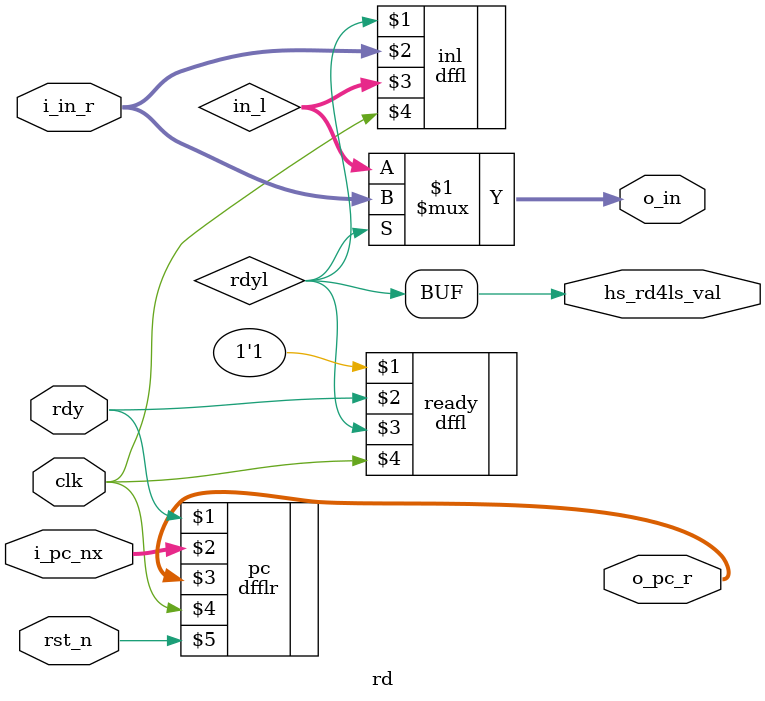
<source format=v>
`include "dffs.v"

module rd(
    input         clk,
    input         rst_n,

    input         rdy,

    output        hs_rd4ls_val,
    input  [31:0] i_pc_nx,
    output [31:0] o_pc_r,
    input  [31:0] i_in_r,
    output [31:0] o_in
);
    wire        rdyl;
    wire [31:0] in_l;
    assign o_in = rdyl ? i_in_r : in_l;
    assign hs_rd4ls_val = rdyl;

    dffl  #(1)         ready(1'b1, rdy    , rdyl  , clk);
    dffl  #(32)        inl  (rdyl, i_in_r , in_l  , clk);
    dfflr #(32, 32'b0) pc   (rdy,  i_pc_nx, o_pc_r, clk, rst_n);
endmodule
</source>
